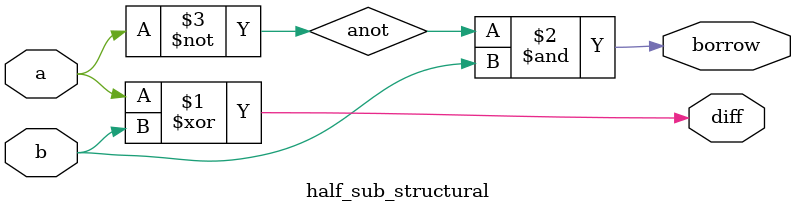
<source format=v>
module half_sub_dataflow( input a,b, output diff, borrow);
assign diff= a ^ b;
assign borrow= ~a & b;
endmodule

module half_sub_behavioural( input a,b, output reg diff, borrow);
always@(*)
begin
diff= a ^ b;
borrow= ~a & b;
end
endmodule

module half_sub_structural( input a,b, output diff, borrow);
wire anot;
xor(diff,a,b);
not(anot,a);
and(borrow,anot,b);
endmodule

</source>
